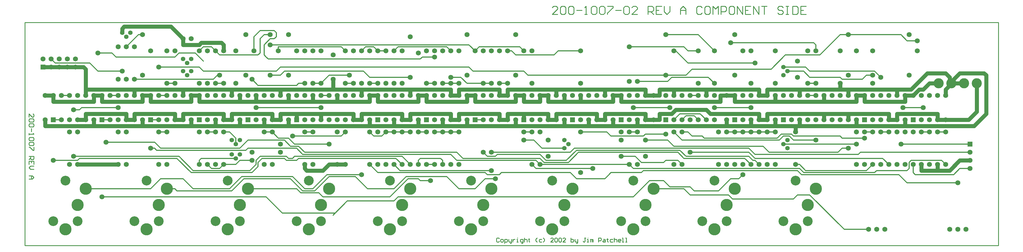
<source format=gtl>
*%FSLAX23Y23*%
*%MOIN*%
G01*
%ADD11C,0.007*%
%ADD12C,0.008*%
%ADD13C,0.010*%
%ADD14C,0.012*%
%ADD15C,0.020*%
%ADD16C,0.032*%
%ADD17C,0.036*%
%ADD18C,0.050*%
%ADD19C,0.052*%
%ADD20C,0.055*%
%ADD21C,0.056*%
%ADD22C,0.059*%
%ADD23C,0.060*%
%ADD24C,0.061*%
%ADD25C,0.062*%
%ADD26C,0.068*%
%ADD27C,0.070*%
%ADD28C,0.080*%
%ADD29C,0.090*%
%ADD30C,0.095*%
%ADD31C,0.115*%
%ADD32C,0.120*%
%ADD33C,0.125*%
%ADD34C,0.126*%
%ADD35C,0.131*%
%ADD36C,0.150*%
%ADD37C,0.156*%
%ADD38R,0.062X0.062*%
%ADD39R,0.068X0.068*%
D13*
X10274Y9439D02*
X10341D01*
X10274D02*
X10341Y9506D01*
Y9522D01*
X10324Y9539D01*
X10291D01*
X10274Y9522D01*
X10374D02*
X10391Y9539D01*
X10424D01*
X10441Y9522D01*
Y9456D01*
X10424Y9439D01*
X10391D01*
X10374Y9456D01*
Y9522D01*
X10474D02*
X10491Y9539D01*
X10524D01*
X10541Y9522D01*
Y9456D01*
X10524Y9439D01*
X10491D01*
X10474Y9456D01*
Y9522D01*
X10574Y9489D02*
X10641D01*
X10674Y9439D02*
X10707D01*
X10691D01*
Y9539D01*
X10692D01*
X10691D02*
X10674Y9522D01*
X10757D02*
X10774Y9539D01*
X10807D01*
X10824Y9522D01*
Y9456D01*
X10807Y9439D01*
X10774D01*
X10757Y9456D01*
Y9522D01*
X10857D02*
X10874Y9539D01*
X10907D01*
X10924Y9522D01*
Y9456D01*
X10907Y9439D01*
X10874D01*
X10857Y9456D01*
Y9522D01*
X10957Y9539D02*
X11024D01*
Y9522D01*
X10957Y9456D01*
Y9439D01*
X11057Y9489D02*
X11124D01*
X11157Y9522D02*
X11174Y9539D01*
X11207D01*
X11224Y9522D01*
Y9456D01*
X11207Y9439D01*
X11174D01*
X11157Y9456D01*
Y9522D01*
X11257Y9439D02*
X11324D01*
X11257D02*
X11324Y9506D01*
Y9522D01*
X11307Y9539D01*
X11274D01*
X11257Y9522D01*
X11457Y9539D02*
Y9439D01*
Y9539D02*
X11507D01*
X11524Y9522D01*
Y9489D01*
X11507Y9472D01*
X11457D01*
X11490D02*
X11524Y9439D01*
X11557Y9539D02*
X11624D01*
X11557D02*
Y9439D01*
X11624D01*
X11590Y9489D02*
X11557D01*
X11657Y9472D02*
Y9539D01*
Y9472D02*
X11690Y9439D01*
X11724Y9472D01*
Y9539D01*
X11857Y9506D02*
Y9439D01*
Y9506D02*
X11890Y9539D01*
X11923Y9506D01*
Y9439D01*
Y9489D01*
X11857D01*
X12107Y9539D02*
X12123Y9522D01*
X12107Y9539D02*
X12073D01*
X12057Y9522D01*
Y9456D01*
X12073Y9439D01*
X12107D01*
X12123Y9456D01*
X12173Y9539D02*
X12207D01*
X12173D02*
X12157Y9522D01*
Y9456D01*
X12173Y9439D01*
X12207D01*
X12223Y9456D01*
Y9522D01*
X12207Y9539D01*
X12257D02*
Y9439D01*
X12290Y9506D02*
X12257Y9539D01*
X12290Y9506D02*
X12323Y9539D01*
Y9439D01*
X12357D02*
Y9539D01*
X12407D01*
X12423Y9522D01*
Y9489D01*
X12407Y9472D01*
X12357D01*
X12473Y9539D02*
X12507D01*
X12473D02*
X12457Y9522D01*
Y9456D01*
X12473Y9439D01*
X12507D01*
X12523Y9456D01*
Y9522D01*
X12507Y9539D01*
X12557D02*
Y9439D01*
X12623D02*
X12557Y9539D01*
X12623D02*
Y9439D01*
X12657Y9539D02*
X12723D01*
X12657D02*
Y9439D01*
X12723D01*
X12690Y9489D02*
X12657D01*
X12757Y9439D02*
Y9539D01*
X12823Y9439D01*
Y9539D01*
X12856D02*
X12923D01*
X12890D01*
Y9439D01*
X13106Y9539D02*
X13123Y9522D01*
X13106Y9539D02*
X13073D01*
X13056Y9522D01*
Y9506D01*
X13073Y9489D01*
X13106D01*
X13123Y9472D01*
Y9456D01*
X13106Y9439D01*
X13073D01*
X13056Y9456D01*
X13156Y9539D02*
X13190D01*
X13173D01*
Y9439D01*
X13156D01*
X13190D01*
X13240D02*
Y9539D01*
Y9439D02*
X13290D01*
X13306Y9456D01*
Y9522D01*
X13290Y9539D01*
X13240D01*
X13340D02*
X13406D01*
X13340D02*
Y9439D01*
X13406D01*
X13373Y9489D02*
X13340D01*
X9622Y6676D02*
X9614Y6684D01*
X9597D01*
X9589Y6676D01*
Y6642D01*
X9597Y6634D01*
X9614D01*
X9622Y6642D01*
X9647Y6634D02*
X9664D01*
X9672Y6642D01*
Y6659D01*
X9664Y6667D01*
X9647D01*
X9639Y6659D01*
Y6642D01*
X9647Y6634D01*
X9689Y6617D02*
Y6667D01*
X9714D01*
X9722Y6659D01*
Y6642D01*
X9714Y6634D01*
X9689D01*
X9739Y6642D02*
Y6667D01*
Y6642D02*
X9747Y6634D01*
X9772D01*
Y6626D01*
X9764Y6617D01*
X9756D01*
X9772Y6634D02*
Y6667D01*
X9789D02*
Y6634D01*
Y6651D01*
X9797Y6659D01*
X9806Y6667D01*
X9814D01*
X9839Y6634D02*
X9856D01*
X9847D01*
Y6667D01*
X9839D01*
X9847Y6684D02*
X9848D01*
X9897Y6617D02*
X9906D01*
X9914Y6626D01*
Y6667D01*
X9889D01*
X9881Y6659D01*
Y6642D01*
X9889Y6634D01*
X9914D01*
X9931D02*
Y6684D01*
Y6659D02*
Y6634D01*
Y6659D02*
X9939Y6667D01*
X9956D01*
X9964Y6659D01*
Y6634D01*
X9989Y6667D02*
Y6676D01*
Y6667D02*
X9981D01*
X9997D01*
X9989D01*
Y6642D01*
X9997Y6634D01*
X10072Y6651D02*
X10089Y6634D01*
X10072Y6651D02*
Y6667D01*
X10089Y6684D01*
X10122Y6667D02*
X10147D01*
X10122D02*
X10114Y6659D01*
Y6642D01*
X10122Y6634D01*
X10147D01*
X10164D02*
X10180Y6651D01*
Y6667D01*
X10164Y6684D01*
X10255Y6634D02*
X10289D01*
X10255D02*
X10289Y6667D01*
Y6676D01*
X10280Y6684D01*
X10264D01*
X10255Y6676D01*
X10305D02*
X10314Y6684D01*
X10330D01*
X10339Y6676D01*
Y6642D01*
X10330Y6634D01*
X10314D01*
X10305Y6642D01*
Y6676D01*
X10355D02*
X10364Y6684D01*
X10380D01*
X10389Y6676D01*
Y6642D01*
X10380Y6634D01*
X10364D01*
X10355Y6642D01*
Y6676D01*
X10405Y6634D02*
X10439D01*
X10405D02*
X10439Y6667D01*
Y6676D01*
X10430Y6684D01*
X10414D01*
X10405Y6676D01*
X10505Y6684D02*
Y6634D01*
X10530D01*
X10539Y6642D01*
Y6651D01*
Y6659D01*
X10530Y6667D01*
X10505D01*
X10555D02*
Y6642D01*
X10564Y6634D01*
X10589D01*
Y6626D01*
X10580Y6617D01*
X10572D01*
X10589Y6634D02*
Y6667D01*
X10672Y6684D02*
X10689D01*
X10680D02*
X10672D01*
X10680D02*
Y6642D01*
X10672Y6634D01*
X10664D01*
X10655Y6642D01*
X10705Y6634D02*
X10722D01*
X10714D01*
Y6667D01*
X10705D01*
X10714Y6684D02*
X10715D01*
X10747Y6667D02*
Y6634D01*
Y6667D02*
X10755D01*
X10764Y6659D01*
Y6634D01*
Y6659D01*
X10772Y6667D01*
X10780Y6659D01*
Y6634D01*
X10847D02*
Y6684D01*
X10872D01*
X10880Y6676D01*
Y6659D01*
X10872Y6651D01*
X10847D01*
X10905Y6667D02*
X10922D01*
X10930Y6659D01*
Y6634D01*
X10905D01*
X10897Y6642D01*
X10905Y6651D01*
X10930D01*
X10955Y6667D02*
Y6676D01*
Y6667D02*
X10947D01*
X10964D01*
X10955D01*
Y6642D01*
X10964Y6634D01*
X10997Y6667D02*
X11022D01*
X10997D02*
X10989Y6659D01*
Y6642D01*
X10997Y6634D01*
X11022D01*
X11039D02*
Y6684D01*
Y6659D02*
Y6634D01*
Y6659D02*
X11047Y6667D01*
X11064D01*
X11072Y6659D01*
Y6634D01*
X11097D02*
X11114D01*
X11097D02*
X11089Y6642D01*
Y6659D01*
X11097Y6667D01*
X11114D01*
X11122Y6659D01*
Y6651D01*
X11089D01*
X11138Y6634D02*
X11155D01*
X11147D01*
Y6684D01*
X11138D01*
X11180Y6634D02*
X11197D01*
X11188D01*
Y6684D01*
X11180D01*
X3824Y8174D02*
Y8214D01*
X3864Y8174D01*
X3874D01*
X3884Y8184D01*
Y8204D01*
X3874Y8214D01*
Y8154D02*
X3884Y8144D01*
Y8124D01*
X3874Y8114D01*
X3834D01*
X3824Y8124D01*
Y8144D01*
X3834Y8154D01*
X3874D01*
Y8094D02*
X3884Y8084D01*
Y8064D01*
X3874Y8054D01*
X3834D01*
X3824Y8064D01*
Y8084D01*
X3834Y8094D01*
X3874D01*
X3854Y8034D02*
Y7994D01*
X3824Y7974D02*
Y7954D01*
Y7964D01*
X3884D01*
X3885D01*
X3884D02*
X3874Y7974D01*
Y7924D02*
X3884Y7914D01*
Y7894D01*
X3874Y7884D01*
X3834D01*
X3824Y7894D01*
Y7914D01*
X3834Y7924D01*
X3874D01*
Y7864D02*
X3884Y7854D01*
Y7834D01*
X3874Y7824D01*
X3834D01*
X3824Y7834D01*
Y7854D01*
X3834Y7864D01*
X3874D01*
X3884Y7804D02*
Y7764D01*
X3874D01*
X3834Y7804D01*
X3824D01*
Y7689D02*
X3884D01*
Y7659D01*
X3874Y7649D01*
X3854D01*
X3844Y7659D01*
Y7689D01*
Y7669D02*
X3824Y7649D01*
X3884Y7629D02*
Y7589D01*
Y7629D02*
X3824D01*
Y7589D01*
X3854Y7609D02*
Y7629D01*
X3844Y7569D02*
X3884D01*
X3844D02*
X3824Y7549D01*
X3844Y7529D01*
X3884D01*
X3864Y7449D02*
X3824D01*
X3864D02*
X3884Y7429D01*
X3864Y7409D01*
X3824D01*
X3854D01*
Y7449D01*
X15774Y6589D02*
Y9339D01*
X3774D02*
Y6589D01*
X15774D01*
Y9339D02*
X3774D01*
D14*
X6749Y7189D02*
X6949Y6989D01*
X11799Y8989D02*
X11949Y8839D01*
X12274Y8989D02*
X12074Y9189D01*
X9124Y7289D02*
X8974Y7439D01*
X7224Y7289D02*
X7074Y7439D01*
X7049Y7414D02*
X7199Y7264D01*
X13449Y7214D02*
X13874Y6789D01*
X7999Y7289D02*
X7849Y7439D01*
X5849Y7289D02*
X5724Y7414D01*
X5849Y7514D02*
X5674Y7689D01*
X5649Y7664D02*
X5824Y7489D01*
X7574Y6964D02*
X7749Y7139D01*
X11274Y7189D02*
X11474Y7389D01*
X12324Y7264D02*
X12474Y7414D01*
X10599Y7739D02*
X10474Y7614D01*
X10449Y7639D02*
X10574Y7764D01*
X13574Y8939D02*
X13824Y9189D01*
X9449Y7414D02*
X9324Y7289D01*
X5174Y9189D02*
X5024Y9039D01*
X7324Y7289D02*
X7499Y7464D01*
X7524Y7439D02*
X7349Y7264D01*
X8299Y7214D02*
X8499Y7414D01*
X8474Y7439D02*
X8324Y7289D01*
X6474Y7414D02*
X6324Y7264D01*
X6299Y7289D02*
X6449Y7439D01*
X5449Y7414D02*
X5324Y7289D01*
X12974Y8764D02*
X13149Y8939D01*
X13874Y6789D02*
X14174D01*
X4149Y8839D02*
X4099Y8889D01*
X6949Y6989D02*
X7599D01*
X7749Y7139D02*
X8324D01*
X6749Y7189D02*
X4724D01*
X8374D02*
X11274D01*
X11724Y7314D02*
X11974D01*
X12024Y7264D02*
X12324D01*
X9324Y7289D02*
X9124D01*
X7324D02*
X7224D01*
X5324D02*
X4524D01*
X7199Y7264D02*
X7349D01*
X7399Y7239D02*
X7174D01*
X7124Y7289D02*
X6524D01*
X11974Y7214D02*
X12449D01*
X13299D02*
X13449D01*
X11899Y7289D02*
X11524D01*
X8324D02*
X7999D01*
X5624D02*
X5524D01*
X5649Y7264D02*
X6324D01*
X6299Y7289D02*
X5849D01*
X7449Y7189D02*
X8274D01*
X12499Y7164D02*
X13249D01*
X4474Y8289D02*
X4449Y8264D01*
Y7664D02*
X4424Y7639D01*
X11474Y7389D02*
X11649D01*
X12474Y7414D02*
X12574D01*
X13399Y7514D02*
X14149D01*
X8974Y7439D02*
X8474D01*
X9449Y7414D02*
X9574D01*
X14749Y7464D02*
X15224D01*
X15299Y7539D02*
X15424D01*
X10924Y7414D02*
X10574D01*
X9524Y7514D02*
X8399D01*
X7074Y7439D02*
X6449D01*
X7499Y7464D02*
X7924D01*
X7049Y7414D02*
X6474D01*
X7524Y7439D02*
X7849D01*
X8499Y7414D02*
X8624D01*
X10999Y7489D02*
X11374D01*
X10774Y7539D02*
X10074D01*
X9449Y7489D02*
X8124D01*
X9474Y7464D02*
X9624D01*
X9649Y7489D02*
X10499D01*
X5724Y7414D02*
X5449D01*
X6074Y7539D02*
X6174D01*
X5849Y7514D02*
X6549D01*
X6574Y7489D02*
X5824D01*
X13349Y7464D02*
X14549D01*
X13299Y7514D02*
X11399D01*
X14649Y7364D02*
X15274D01*
X8774Y7389D02*
X8649D01*
X13374Y7489D02*
X14249D01*
X13324Y7539D02*
X11274D01*
X14274Y7514D02*
X14649D01*
X4674Y8739D02*
X4574Y8839D01*
X5949Y7664D02*
X6374D01*
X7224Y7739D02*
X9099D01*
X10599D02*
X11824D01*
X11899Y7664D02*
X12649D01*
X12699Y7689D02*
X11924D01*
X12749Y7639D02*
X12774D01*
X12699Y7739D02*
X11974D01*
X12774Y7664D02*
X14349D01*
X9574Y7689D02*
X9474D01*
X13274Y7589D02*
X13324D01*
X8899Y7664D02*
X8649D01*
X8724Y7589D02*
X8824D01*
X9524Y7739D02*
X10499D01*
X6574Y7639D02*
X6424D01*
X6374Y7589D02*
X6224D01*
X7199Y7714D02*
X9024D01*
X8424Y7689D02*
X7099D01*
X7074Y7664D02*
X7024D01*
X6999Y7689D02*
X6674D01*
X5674D02*
X4374D01*
X7149Y7664D02*
X8349D01*
X7124Y7639D02*
X6999D01*
X6974Y7664D02*
X6699D01*
X5649D02*
X4449D01*
X4424Y7639D02*
X4124D01*
X11124Y7689D02*
X11299D01*
X11374Y7614D02*
X11649D01*
X11674Y7639D02*
X11824D01*
X14074Y7739D02*
X15424D01*
X14049Y7714D02*
X12774D01*
X12949Y7739D02*
X13799D01*
X10074Y7639D02*
X9099D01*
X10199D02*
X10449D01*
X10124Y7714D02*
X9599D01*
X9174Y7664D02*
X10124D01*
X10174Y7614D02*
X10474D01*
X10124Y7589D02*
X11224D01*
X14699Y7639D02*
X15074D01*
X4899Y8914D02*
X4849Y8964D01*
X5449Y7789D02*
X6424D01*
X5374D02*
X5324D01*
X5399Y7764D02*
X6499D01*
X6524Y7789D02*
X7124D01*
X5374Y7864D02*
X4774D01*
X6524Y7889D02*
X6974D01*
X7049Y7814D02*
X7149D01*
X10574Y7764D02*
X11849D01*
X13849Y7914D02*
X14124D01*
X13049D02*
X12149D01*
X11874Y7889D02*
X13074D01*
X13249D02*
X13524D01*
X13124Y7839D02*
X14024D01*
X13924Y7789D02*
X13849D01*
X14574Y7839D02*
X15424D01*
X10049Y7889D02*
X9924D01*
X10149Y7789D02*
X10424D01*
X10549D02*
X12699D01*
X12874Y7814D02*
X11774D01*
X11699Y7889D02*
X11424D01*
X7024Y7914D02*
X6899D01*
X7099Y7839D02*
X7524D01*
X14124Y7989D02*
X14224D01*
X14324D02*
X14424D01*
X12624D02*
X12524D01*
X12424D01*
X12624D02*
X12724D01*
X12824D01*
X12924D01*
X13024D01*
X12124Y7939D02*
X12074D01*
X13099Y7964D02*
X13224D01*
X13249Y7939D02*
X13824D01*
X13199D02*
X13124D01*
X10949Y7989D02*
X10624D01*
X10999Y7939D02*
X11399D01*
X11424Y7964D02*
X11674D01*
X11324Y7989D02*
X11224D01*
X14824D02*
X14924D01*
X15024D02*
X15124D01*
X8924D02*
X8824D01*
X8924D02*
X9024D01*
X8724D02*
X8624D01*
X8524D02*
X8424D01*
X8324D01*
X8224D01*
X9924D02*
X10024D01*
X7324D02*
X7224D01*
X6124D02*
X6024D01*
X5524D02*
X5424D01*
X6224D02*
X6299D01*
X6724D02*
X6824D01*
X8074Y7939D02*
X8174D01*
X7674D02*
X7074D01*
X9024Y7989D02*
X9124D01*
X11999Y7939D02*
X12074D01*
X11949Y7989D02*
X11874D01*
X12274Y8289D02*
X12724D01*
X4449Y8264D02*
X4374D01*
X4474Y8289D02*
X4924D01*
X14599D02*
X14824D01*
X14849D01*
X11724D02*
X11274D01*
X4224Y8139D02*
X4124D01*
X4724D02*
X4824D01*
X9324D02*
X9424D01*
X5424D02*
X5324D01*
X6624Y8289D02*
X7424D01*
X11849Y8214D02*
X12099D01*
X12024Y8189D02*
X11924D01*
X5449Y7789D02*
X5374Y7864D01*
Y7789D02*
X5399Y7764D01*
X13424Y8439D02*
X13524D01*
X12074D02*
X11974D01*
X4324D02*
X4224D01*
X4824D02*
X4924D01*
X5424D02*
X5524D01*
X7424D02*
X7524D01*
X5649Y7264D02*
X5624Y7289D01*
Y8914D02*
X5674Y8964D01*
X13424Y8589D02*
X13524D01*
X14149Y8689D02*
X14224D01*
X14099Y8639D02*
X13849D01*
X13824Y8664D02*
X13449D01*
X11699Y8614D02*
X11324D01*
X11749Y8664D02*
X12199D01*
X11824Y8689D02*
X9974D01*
X9424Y8589D02*
X9224D01*
X9424D02*
X9524D01*
X9149Y8664D02*
X9024D01*
X6924Y8689D02*
X6799D01*
X8024Y8664D02*
X8524D01*
X5624Y8589D02*
X5524D01*
X6124D02*
X6224D01*
X8724D02*
X8824D01*
X8924D02*
X9024D01*
X9124D01*
X9624D02*
X9724D01*
X7824D02*
X7724D01*
X8024D02*
X8124D01*
X6099Y8639D02*
X5124D01*
X6149Y8689D02*
X6174D01*
X7324Y8589D02*
X7424D01*
X7124Y8564D02*
X6649D01*
X7149Y8589D02*
X7224D01*
X7524Y8689D02*
X7774D01*
X11824D02*
X11924D01*
X5974Y8864D02*
X5874Y8964D01*
X11949Y8839D02*
X12074D01*
X12774D01*
X13174Y8739D02*
X13374D01*
X13399Y8789D02*
X13124D01*
X13449Y8739D02*
X14249D01*
X7949D02*
X6974D01*
X9299D02*
X9924D01*
X9249Y8789D02*
X6924D01*
X6874Y8739D02*
X5974D01*
X5924Y8789D02*
X5424D01*
X5624Y8914D02*
X4899D01*
X8674D02*
X8824D01*
X8649Y8889D02*
X6774D01*
X11999Y8764D02*
X12974D01*
X4574Y8839D02*
X4149D01*
X4674Y8739D02*
X4974D01*
X5924Y7639D02*
Y7589D01*
X5974Y8739D02*
X5924Y8789D01*
X6124Y8989D02*
X6074Y9039D01*
X6024Y7589D02*
X6074Y7539D01*
X5949Y7664D02*
X5924Y7639D01*
X6099Y8639D02*
X6149Y8689D01*
X5924Y8989D02*
X5974Y9039D01*
X11774Y8989D02*
X11799D01*
X12474Y9089D02*
X13499D01*
X12074Y8989D02*
X11949D01*
X11899Y9039D02*
X11224D01*
X13149Y8939D02*
X13574D01*
X6074Y9039D02*
X5974D01*
X10349Y8989D02*
X10624D01*
X9774D02*
X9724D01*
X4849Y8964D02*
X4674D01*
X5674D02*
X5874D01*
X9374Y9039D02*
X9874D01*
X8974D02*
X8374D01*
X8074D02*
X7974D01*
X8124Y8989D02*
X8224D01*
X9824Y8939D02*
X10299D01*
X7674Y9039D02*
X6899D01*
X6799Y9064D02*
X9249D01*
X6649Y8939D02*
X6174D01*
X6124Y8989D01*
X6224Y7589D02*
X6174Y7539D01*
X11674Y9189D02*
X12074D01*
X13824D02*
X13924D01*
X14574D01*
X5224D02*
X5174D01*
X14649Y9114D02*
X14774D01*
X6799Y9189D02*
X6724D01*
X6799Y9139D02*
X6849D01*
Y9239D02*
X6674D01*
X6374Y7914D02*
Y7839D01*
Y7914D02*
X6299Y7989D01*
X6424Y7789D02*
X6524Y7889D01*
X6424Y7639D02*
X6374Y7589D01*
X6624D02*
Y7639D01*
X6649Y7614D02*
Y7564D01*
X6674Y8964D02*
Y9139D01*
X6599Y9089D02*
Y8989D01*
Y9089D02*
Y9164D01*
X6574Y8639D02*
X6649Y8564D01*
X6524Y7789D02*
X6499Y7764D01*
X6624Y7639D02*
X6674Y7689D01*
X6699Y7664D02*
X6649Y7614D01*
X6624Y7589D02*
X6549Y7514D01*
X6574Y7489D02*
X6649Y7564D01*
Y8939D02*
X6674Y8964D01*
Y9139D02*
X6724Y9189D01*
X6674Y9239D02*
X6599Y9164D01*
X6724Y9064D02*
Y8939D01*
X6874Y9164D02*
Y9214D01*
X6824Y7989D02*
X6899Y7914D01*
X6774Y8889D02*
X6749Y8914D01*
X6724Y8939D01*
X6874Y9214D02*
X6849Y9239D01*
X6924Y8789D02*
X6874Y8739D01*
X6724Y9064D02*
X6799Y9139D01*
X6849D02*
X6874Y9164D01*
X6899Y9039D02*
Y8989D01*
X6974Y7889D02*
X7049Y7814D01*
X6999Y7689D02*
X7024Y7664D01*
X6999Y7639D02*
X6974Y7664D01*
X7099Y7839D02*
X7024Y7914D01*
X6924Y8689D02*
X6974Y8739D01*
X7099Y7689D02*
X7074Y7664D01*
X7149Y7814D02*
X7224Y7739D01*
X7199Y7714D02*
X7124Y7789D01*
Y7289D02*
X7174Y7239D01*
X7124Y7639D02*
X7149Y7664D01*
X7124Y8564D02*
X7149Y8589D01*
X7399Y7239D02*
X7424Y7214D01*
X7449Y7189D01*
X7424Y8589D02*
X7524Y8689D01*
X7599Y6989D02*
X7574Y6964D01*
X7724Y8989D02*
X7674Y9039D01*
X7724Y7989D02*
X7674Y7939D01*
X8024Y8664D02*
X7949Y8739D01*
X8024Y7989D02*
X8074Y7939D01*
X8024Y7589D02*
X8124Y7489D01*
X7924Y8989D02*
X7974Y9039D01*
X8074D02*
X8124Y8989D01*
X8224Y7989D02*
X8174Y7939D01*
X8424Y7689D02*
X8524Y7589D01*
X8424D02*
X8349Y7664D01*
X8324Y7589D02*
X8399Y7514D01*
X8374Y7189D02*
X8324Y7139D01*
X8274Y7189D02*
X8299Y7214D01*
X8324Y8989D02*
X8374Y9039D01*
X8624Y7639D02*
Y7589D01*
Y7414D02*
X8649Y7389D01*
X8624Y7639D02*
X8649Y7664D01*
Y8889D02*
X8674Y8914D01*
X8924Y7639D02*
Y7589D01*
Y7639D02*
X8899Y7664D01*
X9024Y8989D02*
X8974Y9039D01*
X9024Y7714D02*
X9099Y7639D01*
X9224Y8589D02*
X9149Y8664D01*
X9099Y7739D02*
X9174Y7664D01*
X9424Y7739D02*
X9474Y7689D01*
X9299Y8739D02*
X9249Y8789D01*
X9324Y8989D02*
X9249Y9064D01*
X9324Y8989D02*
X9374Y9039D01*
X9449Y7489D02*
X9474Y7464D01*
X9574Y7689D02*
X9599Y7714D01*
X9824Y8939D02*
X9774Y8989D01*
X9649Y7489D02*
X9624Y7464D01*
X9974Y8689D02*
X9924Y8739D01*
Y8989D02*
X9874Y9039D01*
X10049Y7889D02*
X10149Y7789D01*
X10024Y7589D02*
X10074Y7539D01*
X10124Y7589D02*
X10074Y7639D01*
X10124Y7714D02*
X10199Y7639D01*
X10174Y7614D02*
X10124Y7664D01*
X10299Y8939D02*
X10349Y8989D01*
X10499Y7489D02*
X10574Y7414D01*
X10499Y7739D02*
X10549Y7789D01*
X10949Y7989D02*
X10999Y7939D01*
X10974Y7464D02*
X10924Y7414D01*
X10974Y7464D02*
X10999Y7489D01*
X11299Y7689D02*
X11374Y7614D01*
X11274Y7539D02*
X11224Y7589D01*
X11374Y7489D02*
X11399Y7514D01*
Y7939D02*
X11424Y7964D01*
X11649Y7389D02*
X11724Y7314D01*
X11874Y7889D02*
X11774Y7989D01*
X11699Y7889D02*
X11774Y7814D01*
X11699Y8614D02*
X11724Y8639D01*
X11749Y8664D01*
X11674Y7639D02*
X11649Y7614D01*
X11774Y8139D02*
X11849Y8214D01*
X11824Y7739D02*
X11899Y7664D01*
X11924Y7689D02*
X11849Y7764D01*
X11949Y8989D02*
X11899Y9039D01*
Y7289D02*
X11974Y7214D01*
X11874Y7589D02*
X11824Y7639D01*
X11999Y7939D02*
X11949Y7989D01*
X11924Y8689D02*
X11999Y8764D01*
X11924Y8189D02*
X11874Y8139D01*
X11974Y7314D02*
X12024Y7264D01*
X12149Y7914D02*
X12124Y7939D01*
X12174Y8139D02*
X12099Y8214D01*
X12024Y8189D02*
X12074Y8139D01*
X12274Y8589D02*
X12199Y8664D01*
X12449Y7214D02*
X12499Y7164D01*
X12724Y7589D02*
X12649Y7664D01*
X12699Y7689D02*
X12749Y7639D01*
X12774Y7664D02*
X12699Y7739D01*
Y7789D02*
X12774Y7714D01*
X12624Y7464D02*
X12574Y7414D01*
X12774Y7639D02*
X12824Y7589D01*
X12949Y7739D02*
X12874Y7814D01*
X13049Y7914D02*
X13099Y7964D01*
X13124Y7939D02*
X13074Y7889D01*
X13224Y7964D02*
X13249Y7939D01*
X13199D02*
X13249Y7889D01*
X13324Y7589D02*
X13399Y7514D01*
X13349Y7464D02*
X13299Y7514D01*
X13324Y7539D02*
X13374Y7489D01*
X13299Y7214D02*
X13249Y7164D01*
X13524Y8989D02*
Y9064D01*
X13499Y9089D01*
X13374Y8739D02*
X13449Y8664D01*
Y8739D02*
X13399Y8789D01*
X13824Y8664D02*
X13849Y8639D01*
X13824Y7939D02*
X13849Y7914D01*
Y7789D02*
X13799Y7739D01*
X14099Y8639D02*
X14149Y8689D01*
X14074Y7739D02*
X14049Y7714D01*
X14324Y8664D02*
X14249Y8739D01*
X14224Y7589D02*
X14149Y7514D01*
X14249Y7489D02*
X14274Y7514D01*
X14349Y7664D02*
X14424Y7589D01*
X14674Y7614D02*
Y7539D01*
X14549Y7464D02*
X14649Y7364D01*
Y9114D02*
X14574Y9189D01*
X14699Y7639D02*
X14674Y7614D01*
Y7539D02*
X14649Y7514D01*
X14724Y7489D02*
Y7589D01*
Y7489D02*
X14749Y7464D01*
X15074Y7639D02*
X15124Y7589D01*
X15224Y7464D02*
X15299Y7539D01*
D18*
X15196Y8589D02*
X15199Y8614D01*
X6224Y9064D02*
X6199Y9089D01*
X5724Y9139D02*
X5574Y9289D01*
X7224Y7539D02*
X7249Y7514D01*
X15124Y8714D02*
X15174Y8664D01*
X12224Y8214D02*
X12174Y8264D01*
X4524Y8764D02*
X4499Y8789D01*
X15599Y8714D02*
X15624Y8689D01*
X5949Y9089D02*
X5924Y9064D01*
X4999Y9289D02*
X4974Y9264D01*
X15174Y7514D02*
X15299Y7639D01*
X7524Y7589D02*
X7449Y7514D01*
X14699Y8514D02*
X14824Y8639D01*
X14899Y8714D01*
X15124Y8514D02*
X15174Y8564D01*
X14924Y8589D02*
X14849Y8514D01*
X14799D02*
X14724Y8439D01*
X15408Y8139D02*
X15508Y8239D01*
X11799Y8264D02*
X11749Y8214D01*
X15474Y8064D02*
X15624Y8214D01*
X15199Y8614D02*
X15299Y8714D01*
X4124Y8439D02*
Y8364D01*
X4024Y8139D02*
Y8064D01*
X4524Y8139D02*
Y8214D01*
Y8439D02*
Y8514D01*
Y8439D02*
Y8764D01*
X14824Y7514D02*
X15024D01*
X15174D01*
X7449D02*
X7249D01*
X4724Y8364D02*
Y8439D01*
X4624D02*
Y8364D01*
Y8139D02*
Y8064D01*
X4424Y7589D02*
X4924D01*
X15299Y7639D02*
X15424D01*
X7724Y7589D02*
X7624D01*
X7524D01*
X5024Y8139D02*
Y8214D01*
X4974Y9214D02*
Y9264D01*
X4624Y8064D02*
X4024D01*
X4624D02*
X5224D01*
X5824D01*
X6124D01*
X6424D01*
X6724D01*
X7024D01*
X8024D01*
X8324D01*
X8624D01*
X8924D01*
X14324D02*
X14624D01*
X14324D02*
X14024D01*
X13324D01*
X12624D02*
X12424D01*
X12624D02*
X12824D01*
X13024D01*
X12424D02*
X11974D01*
X11324D01*
X11024D01*
X10724D01*
X10424D01*
X9824D01*
X13274D02*
X13324D01*
X13274D02*
X13024D01*
X9224D02*
X8924D01*
X9224D02*
X9824D01*
X14624D02*
X15474D01*
X5224Y8364D02*
Y8439D01*
X5124Y8214D02*
Y8139D01*
Y8439D02*
Y8514D01*
X5224Y8139D02*
Y8064D01*
X12224Y8214D02*
X12824D01*
X11749D02*
X11599D01*
X14524D02*
X15024D01*
X13924D02*
X13624D01*
X12924D01*
X11424D02*
X10924D01*
X10824D02*
X10324D01*
X10224D02*
X9924D01*
X9724D01*
X9624D02*
X9124D01*
X9024D02*
X8524D01*
X8424D02*
X7924D01*
X6824D02*
X6324D01*
X6224D02*
X5724D01*
X5624D02*
X5124D01*
X5024D02*
X4524D01*
X13924D02*
X14424D01*
Y8139D02*
X14524D01*
X12924D02*
X12824D01*
X11599D02*
X11524D01*
X11424D01*
X10924D02*
X10824D01*
X10324D02*
X10224D01*
X9724D02*
X9624D01*
X9124D02*
X9024D01*
X8524D02*
X8424D01*
X6924D02*
X6824D01*
X6324D02*
X6224D01*
X5724D02*
X5624D01*
X5124D02*
X5024D01*
X4524D02*
X4424D01*
X7824D02*
X7924D01*
X7824Y8214D02*
X7424D01*
X7124D01*
X6924D01*
X15024Y8139D02*
X15124D01*
X15408D01*
X12174Y8264D02*
X11799D01*
X5324Y8364D02*
Y8439D01*
X11774Y8514D02*
X12174D01*
X14024Y8439D02*
X14124D01*
X12524D02*
X12424D01*
X12349D01*
X11124D02*
X11024D01*
X10224D02*
X10124D01*
X9924D02*
X9824D01*
X9324D02*
X9224D01*
X8724D02*
X8624D01*
X8124D02*
X8024D01*
X5924D02*
X5824D01*
X5324D02*
X5224D01*
X4724D02*
X4624D01*
X4124D02*
X4024D01*
X13924Y8514D02*
X14524D01*
X13924D02*
X13324D01*
X12924D01*
X12824D02*
X11599D01*
X12824Y8439D02*
X12924D01*
X11599D02*
X11524D01*
X11424Y8514D02*
X10924D01*
X11424Y8439D02*
X11524D01*
X10924Y8514D02*
X10324D01*
X9724D01*
X9624D02*
X9124D01*
X9624Y8439D02*
X9724D01*
X9024Y8514D02*
X8524D01*
X9024Y8439D02*
X9124D01*
X8524Y8514D02*
X7924D01*
X6924D02*
X6324D01*
X5724D01*
X5124D01*
X4524D01*
X13324D02*
X13524D01*
X14124Y8364D02*
X14624D01*
X14024D02*
X13624D01*
X13024D01*
X12524D01*
X12349D02*
X11124D01*
X11024D02*
X10624D01*
X10424D01*
X10224D01*
X10124D02*
X9924D01*
X9824D02*
X9324D01*
X9224D02*
X8724D01*
X8624D02*
X8124D01*
X7024D02*
X6624D01*
X6424D01*
X5924D01*
X5824D02*
X5324D01*
X5224D02*
X4724D01*
X4624D02*
X4124D01*
X7624D02*
X8024D01*
X7624D02*
X7324D01*
X7024D01*
X6924Y8514D02*
X7924D01*
X14524D02*
X14699D01*
X14799D02*
X14849D01*
X14724Y8439D02*
X14624D01*
X5624Y8214D02*
Y8139D01*
X14899Y8714D02*
X15124D01*
X15040Y8589D02*
X14924D01*
X15349D02*
X15352D01*
X15299Y8714D02*
X15599D01*
X15349Y8589D02*
X15196D01*
X5824Y8439D02*
Y8364D01*
X5724Y8214D02*
Y8139D01*
Y9064D02*
Y9139D01*
Y8514D02*
Y8439D01*
X5824Y8139D02*
Y8064D01*
X4099Y8789D02*
X3999D01*
X4099D02*
X4199D01*
X4324D01*
X4299D01*
X4399D01*
X4499D01*
X5924Y8439D02*
Y8364D01*
X5949Y9089D02*
X6199D01*
X5924Y9064D02*
X5724D01*
X6224Y8214D02*
Y8139D01*
Y8989D02*
Y9064D01*
X6124Y8139D02*
Y8064D01*
X5574Y9289D02*
X4999D01*
X6324Y8214D02*
Y8139D01*
X6424Y8364D02*
Y8439D01*
X6324D02*
Y8514D01*
X6424Y8139D02*
Y8064D01*
X6624Y8364D02*
Y8439D01*
X6824Y8214D02*
Y8139D01*
X6724D02*
Y8064D01*
X6924Y8139D02*
Y8214D01*
X7024Y8364D02*
Y8439D01*
X6924D02*
Y8514D01*
X7024Y8139D02*
Y8064D01*
X7224Y7589D02*
Y7539D01*
X7124Y8139D02*
Y8214D01*
X7324Y8364D02*
Y8439D01*
X7424Y8214D02*
Y8139D01*
X7574Y8514D02*
Y8639D01*
X7624Y8439D02*
Y8364D01*
X7824Y8214D02*
Y8139D01*
X8024Y8364D02*
Y8439D01*
X7924Y8214D02*
Y8139D01*
Y8439D02*
Y8514D01*
X8024Y8139D02*
Y8064D01*
X8124Y8364D02*
Y8439D01*
X8424Y8214D02*
Y8139D01*
X8324D02*
Y8064D01*
X8624Y8364D02*
Y8439D01*
X8524Y8214D02*
Y8139D01*
Y8439D02*
Y8514D01*
X8624Y8139D02*
Y8064D01*
X8724Y8364D02*
Y8439D01*
X9024Y8214D02*
Y8139D01*
Y8439D02*
Y8514D01*
X8924Y8139D02*
Y8064D01*
X9224Y8364D02*
Y8439D01*
X9124Y8214D02*
Y8139D01*
Y8439D02*
Y8514D01*
X9224Y8139D02*
Y8064D01*
X9324Y8364D02*
Y8439D01*
X9724Y8214D02*
Y8139D01*
X9624D02*
Y8214D01*
X9724Y8439D02*
Y8514D01*
X9624D02*
Y8439D01*
X9924D02*
Y8364D01*
X9824D02*
Y8439D01*
X9924Y8214D02*
Y8139D01*
X9824D02*
Y8064D01*
X10124Y8364D02*
Y8439D01*
X10224D02*
Y8364D01*
X10324Y8214D02*
Y8139D01*
X10224D02*
Y8214D01*
X10324Y8439D02*
Y8514D01*
X10424Y8439D02*
Y8364D01*
Y8139D02*
Y8064D01*
X10624Y8364D02*
Y8439D01*
X10724Y8139D02*
Y8064D01*
X10924Y8139D02*
Y8214D01*
X10824D02*
Y8139D01*
X10924Y8439D02*
Y8514D01*
X11124Y8439D02*
Y8364D01*
X11024D02*
Y8439D01*
Y8139D02*
Y8064D01*
X11324D02*
Y8139D01*
X11424D02*
Y8214D01*
Y8439D02*
Y8514D01*
X11774D02*
Y8439D01*
X11599Y8214D02*
Y8139D01*
Y8439D02*
Y8514D01*
X12174D02*
Y8439D01*
X12349D02*
Y8364D01*
X12524D02*
Y8439D01*
X12424Y8139D02*
Y8064D01*
X12724D02*
Y8139D01*
X12924D02*
Y8214D01*
X12824D02*
Y8139D01*
X12924Y8439D02*
Y8514D01*
X12824D02*
Y8439D01*
X13024D02*
Y8364D01*
Y8139D02*
Y8064D01*
X13324Y8439D02*
Y8514D01*
X13274Y8064D02*
Y7989D01*
X13324Y8064D02*
Y8139D01*
X13624Y8364D02*
Y8439D01*
Y8214D02*
Y8139D01*
X13824Y8514D02*
Y8589D01*
X13924Y8214D02*
Y8139D01*
Y8439D02*
Y8514D01*
X14124Y8439D02*
Y8364D01*
X14024D02*
Y8439D01*
Y8139D02*
Y8064D01*
X14424Y8139D02*
Y8214D01*
X14624Y8364D02*
Y8439D01*
X14524Y8214D02*
Y8139D01*
Y8439D02*
Y8514D01*
X14624Y8139D02*
Y8064D01*
X14824Y7589D02*
Y7514D01*
X15024Y8139D02*
Y8214D01*
Y7589D02*
Y7514D01*
X15124Y8439D02*
Y8514D01*
X15174Y8589D02*
Y8664D01*
Y8589D02*
Y8564D01*
X15508Y8589D02*
Y8239D01*
X15624Y8214D02*
Y8689D01*
D20*
X13124D02*
D03*
Y8789D02*
D03*
X13174Y8739D02*
D03*
Y7889D02*
D03*
Y7789D02*
D03*
X13124Y7839D02*
D03*
X10424Y7789D02*
D03*
X10474Y7839D02*
D03*
X10424Y7889D02*
D03*
X6324D02*
D03*
X6424D02*
D03*
X6374Y7839D02*
D03*
X6324Y7714D02*
D03*
X6424D02*
D03*
X6374Y7664D02*
D03*
X5724Y8889D02*
D03*
X5824D02*
D03*
X5774Y8839D02*
D03*
X5074Y9214D02*
D03*
X5024Y9164D02*
D03*
X4974Y9214D02*
D03*
X5724Y8739D02*
D03*
X5824D02*
D03*
X5774Y8689D02*
D03*
D25*
X15274Y7364D02*
D03*
X14774Y9114D02*
D03*
X14849Y8289D02*
D03*
X14574Y7839D02*
D03*
X14599Y8289D02*
D03*
X14324Y8664D02*
D03*
X14224Y8689D02*
D03*
X14024Y7839D02*
D03*
X14124Y7914D02*
D03*
X13924Y7789D02*
D03*
X13524Y7889D02*
D03*
X12774Y8839D02*
D03*
X12724Y8289D02*
D03*
X12624Y7464D02*
D03*
X12474Y9089D02*
D03*
X12274Y8289D02*
D03*
X11974Y7739D02*
D03*
X11724Y8289D02*
D03*
X11674Y7964D02*
D03*
X11224Y9039D02*
D03*
X11274Y8289D02*
D03*
X11124Y7689D02*
D03*
X10774Y7539D02*
D03*
X9524Y7739D02*
D03*
Y7514D02*
D03*
X9574Y7414D02*
D03*
X9424Y7739D02*
D03*
X9024Y8664D02*
D03*
X8824Y8914D02*
D03*
X8774Y7389D02*
D03*
X7924Y7464D02*
D03*
X7774Y8689D02*
D03*
X7524Y7839D02*
D03*
X7424Y8289D02*
D03*
X7074Y7939D02*
D03*
X6799Y9064D02*
D03*
X6574Y8639D02*
D03*
X6624Y8289D02*
D03*
X6174Y8689D02*
D03*
X5424Y8789D02*
D03*
X5324Y7789D02*
D03*
X4974Y8739D02*
D03*
X4924Y8289D02*
D03*
X4774Y7864D02*
D03*
X4674Y8964D02*
D03*
X4724Y7189D02*
D03*
X4374Y8264D02*
D03*
Y7689D02*
D03*
X4124Y7639D02*
D03*
X15424Y7739D02*
D03*
Y7639D02*
D03*
Y7539D02*
D03*
X15374Y6789D02*
D03*
X15174D02*
D03*
X15274D02*
D03*
X13824Y8989D02*
D03*
Y8589D02*
D03*
X13924Y9189D02*
D03*
Y8689D02*
D03*
X14024Y8989D02*
D03*
X14674Y9189D02*
D03*
Y8689D02*
D03*
X14774Y8989D02*
D03*
X14524Y7589D02*
D03*
Y7989D02*
D03*
X14624D02*
D03*
Y7589D02*
D03*
X14724Y7989D02*
D03*
Y7589D02*
D03*
X14824D02*
D03*
Y7989D02*
D03*
X14924Y7589D02*
D03*
Y7989D02*
D03*
X15124D02*
D03*
Y7589D02*
D03*
X15024D02*
D03*
Y7989D02*
D03*
X15124Y8139D02*
D03*
Y8439D02*
D03*
X14624D02*
D03*
Y8139D02*
D03*
X14824D02*
D03*
X14924D02*
D03*
X15024D02*
D03*
Y8439D02*
D03*
X14924D02*
D03*
X14824D02*
D03*
X14724D02*
D03*
X14024D02*
D03*
Y8139D02*
D03*
X14224D02*
D03*
X14324D02*
D03*
X14424D02*
D03*
Y8439D02*
D03*
X14324D02*
D03*
X14224D02*
D03*
X14124D02*
D03*
X13924Y8139D02*
D03*
Y8439D02*
D03*
X14224Y8589D02*
D03*
Y8989D02*
D03*
X14424Y7589D02*
D03*
Y7989D02*
D03*
X14024D02*
D03*
Y7589D02*
D03*
X14524Y8139D02*
D03*
Y8439D02*
D03*
X14124Y7589D02*
D03*
Y7989D02*
D03*
X14224Y7589D02*
D03*
Y7989D02*
D03*
X14324D02*
D03*
Y7589D02*
D03*
X14374Y6789D02*
D03*
X14174D02*
D03*
X14274D02*
D03*
X12524Y9189D02*
D03*
Y8689D02*
D03*
X12624Y8989D02*
D03*
X13024D02*
D03*
Y8589D02*
D03*
X13524Y8989D02*
D03*
Y8589D02*
D03*
X13299Y8664D02*
D03*
Y8864D02*
D03*
X12274Y8589D02*
D03*
Y8989D02*
D03*
X13024Y8439D02*
D03*
Y8139D02*
D03*
X13224D02*
D03*
X13324D02*
D03*
X13424D02*
D03*
X13524D02*
D03*
X13624D02*
D03*
X13724D02*
D03*
X13824D02*
D03*
Y8439D02*
D03*
X13724D02*
D03*
X13624D02*
D03*
X13524D02*
D03*
X13424D02*
D03*
X13324D02*
D03*
X13224D02*
D03*
X13124D02*
D03*
X12724Y8589D02*
D03*
Y8989D02*
D03*
X12924Y8139D02*
D03*
Y8439D02*
D03*
X12624Y8139D02*
D03*
X12724D02*
D03*
X12824D02*
D03*
Y8439D02*
D03*
X12724D02*
D03*
X12624D02*
D03*
X12524D02*
D03*
X12424D02*
D03*
Y8139D02*
D03*
X12324Y7589D02*
D03*
Y7989D02*
D03*
X12524Y7589D02*
D03*
Y7989D02*
D03*
X12624Y7589D02*
D03*
Y7989D02*
D03*
X12724Y7589D02*
D03*
Y7989D02*
D03*
X12824Y7589D02*
D03*
Y7989D02*
D03*
X12924D02*
D03*
Y7589D02*
D03*
X13024Y7989D02*
D03*
Y7589D02*
D03*
X12424D02*
D03*
Y7989D02*
D03*
X13274Y7589D02*
D03*
Y7989D02*
D03*
X13424Y8589D02*
D03*
Y8989D02*
D03*
X11674Y9189D02*
D03*
Y8689D02*
D03*
X11774Y8989D02*
D03*
X10624Y7989D02*
D03*
Y7489D02*
D03*
Y8589D02*
D03*
Y8989D02*
D03*
X10924Y8139D02*
D03*
Y8439D02*
D03*
X11124Y7989D02*
D03*
Y7889D02*
D03*
X11424D02*
D03*
Y7689D02*
D03*
X11324Y7589D02*
D03*
Y7989D02*
D03*
X11224Y7589D02*
D03*
Y7989D02*
D03*
X11774Y8139D02*
D03*
X11874D02*
D03*
X11974D02*
D03*
X12074D02*
D03*
X12174D02*
D03*
X12274D02*
D03*
Y8439D02*
D03*
X12174D02*
D03*
X12074D02*
D03*
X11974D02*
D03*
X11874D02*
D03*
X11774D02*
D03*
X11674D02*
D03*
X11024D02*
D03*
Y8139D02*
D03*
X11524D02*
D03*
Y8439D02*
D03*
X11224Y8139D02*
D03*
X11324D02*
D03*
X11424D02*
D03*
Y8439D02*
D03*
X11324D02*
D03*
X11224D02*
D03*
X11124D02*
D03*
X11324Y8614D02*
D03*
X11224D02*
D03*
X12074Y8989D02*
D03*
Y8589D02*
D03*
X11874Y7989D02*
D03*
Y7589D02*
D03*
X11774Y7989D02*
D03*
Y7589D02*
D03*
X9524Y8989D02*
D03*
Y8589D02*
D03*
X9624Y8989D02*
D03*
Y8589D02*
D03*
X9724Y8989D02*
D03*
Y8589D02*
D03*
X9824Y9189D02*
D03*
Y8689D02*
D03*
X9924Y8989D02*
D03*
X9224Y9189D02*
D03*
Y8689D02*
D03*
X9324Y8989D02*
D03*
X9124D02*
D03*
Y8589D02*
D03*
X9024Y8989D02*
D03*
Y8589D02*
D03*
X9124Y7589D02*
D03*
Y7989D02*
D03*
X9424Y8589D02*
D03*
Y8989D02*
D03*
X9024Y7589D02*
D03*
Y7989D02*
D03*
X9124Y8139D02*
D03*
Y8439D02*
D03*
X9724Y8139D02*
D03*
Y8439D02*
D03*
X9224D02*
D03*
Y8139D02*
D03*
X9424D02*
D03*
X9524D02*
D03*
X9624D02*
D03*
Y8439D02*
D03*
X9524D02*
D03*
X9424D02*
D03*
X9324D02*
D03*
X9924Y7889D02*
D03*
Y7989D02*
D03*
X10024Y8589D02*
D03*
Y8989D02*
D03*
X10224Y7889D02*
D03*
Y7689D02*
D03*
X10124Y7589D02*
D03*
Y7989D02*
D03*
X10024Y7589D02*
D03*
Y7989D02*
D03*
X9824Y8439D02*
D03*
Y8139D02*
D03*
X10024D02*
D03*
X10124D02*
D03*
X10224D02*
D03*
Y8439D02*
D03*
X10124D02*
D03*
X10024D02*
D03*
X9924D02*
D03*
X10324Y8139D02*
D03*
Y8439D02*
D03*
X10424D02*
D03*
Y8139D02*
D03*
X10624D02*
D03*
X10724D02*
D03*
X10824D02*
D03*
Y8439D02*
D03*
X10724D02*
D03*
X10624D02*
D03*
X10524D02*
D03*
X8524Y9164D02*
D03*
Y8664D02*
D03*
X8624Y8964D02*
D03*
X7724Y8989D02*
D03*
Y8589D02*
D03*
X7924Y8989D02*
D03*
Y8589D02*
D03*
X8024D02*
D03*
Y8989D02*
D03*
X8124Y8589D02*
D03*
Y8989D02*
D03*
X8424D02*
D03*
Y8589D02*
D03*
X8324Y8989D02*
D03*
Y8589D02*
D03*
X8924Y8989D02*
D03*
Y8589D02*
D03*
X8824Y8989D02*
D03*
Y8589D02*
D03*
X7624Y7589D02*
D03*
Y7989D02*
D03*
X7824Y8589D02*
D03*
Y8989D02*
D03*
X7724Y7989D02*
D03*
Y7589D02*
D03*
X7924Y8139D02*
D03*
Y8439D02*
D03*
X8224Y8589D02*
D03*
Y8989D02*
D03*
X8024Y7589D02*
D03*
Y7989D02*
D03*
X8124Y7589D02*
D03*
Y7989D02*
D03*
X8524Y7589D02*
D03*
Y7989D02*
D03*
X8424Y7589D02*
D03*
Y7989D02*
D03*
X8324Y7589D02*
D03*
Y7989D02*
D03*
X8224Y7589D02*
D03*
Y7989D02*
D03*
X8024Y8439D02*
D03*
Y8139D02*
D03*
X8224D02*
D03*
X8324D02*
D03*
X8424D02*
D03*
Y8439D02*
D03*
X8324D02*
D03*
X8224D02*
D03*
X8124D02*
D03*
X8524Y8139D02*
D03*
Y8439D02*
D03*
X8724Y8589D02*
D03*
Y8989D02*
D03*
X8924Y7989D02*
D03*
Y7589D02*
D03*
X8824Y7989D02*
D03*
Y7589D02*
D03*
X8624D02*
D03*
Y7989D02*
D03*
X8724D02*
D03*
Y7589D02*
D03*
X8624Y8439D02*
D03*
Y8139D02*
D03*
X8824D02*
D03*
X8924D02*
D03*
X9024D02*
D03*
Y8439D02*
D03*
X8924D02*
D03*
X8824D02*
D03*
X8724D02*
D03*
X7574Y8939D02*
D03*
Y8639D02*
D03*
X7224Y8989D02*
D03*
Y8589D02*
D03*
X7024Y9189D02*
D03*
Y8689D02*
D03*
X7124Y8989D02*
D03*
X6799Y9189D02*
D03*
Y8689D02*
D03*
X6899Y8989D02*
D03*
X6599D02*
D03*
X6499Y8689D02*
D03*
Y9189D02*
D03*
X6574Y7739D02*
D03*
Y7639D02*
D03*
X6724Y7589D02*
D03*
Y7989D02*
D03*
X6824Y7589D02*
D03*
Y7989D02*
D03*
X6924Y7839D02*
D03*
Y7739D02*
D03*
X6224Y7589D02*
D03*
Y7989D02*
D03*
X6024D02*
D03*
Y7589D02*
D03*
X6124D02*
D03*
Y7989D02*
D03*
X5924D02*
D03*
Y7589D02*
D03*
X6224Y8589D02*
D03*
Y8989D02*
D03*
X6124Y8589D02*
D03*
Y8989D02*
D03*
X5924Y8589D02*
D03*
Y8989D02*
D03*
X6024Y8589D02*
D03*
Y8989D02*
D03*
Y8139D02*
D03*
X6124D02*
D03*
X6224D02*
D03*
Y8439D02*
D03*
X6124D02*
D03*
X6024D02*
D03*
X5924D02*
D03*
X6324Y8139D02*
D03*
Y8439D02*
D03*
X6924Y8139D02*
D03*
Y8439D02*
D03*
X6424D02*
D03*
Y8139D02*
D03*
X6624D02*
D03*
X6724D02*
D03*
X6824D02*
D03*
Y8439D02*
D03*
X6724D02*
D03*
X6624D02*
D03*
X6524D02*
D03*
X7324Y7989D02*
D03*
Y7589D02*
D03*
X7224D02*
D03*
Y7989D02*
D03*
X7024Y8439D02*
D03*
Y8139D02*
D03*
X7424Y8589D02*
D03*
Y8989D02*
D03*
X7324Y8589D02*
D03*
Y8989D02*
D03*
X7224Y8139D02*
D03*
X7324D02*
D03*
X7424D02*
D03*
X7524D02*
D03*
X7624D02*
D03*
X7724D02*
D03*
X7824D02*
D03*
Y8439D02*
D03*
X7724D02*
D03*
X7624D02*
D03*
X7524D02*
D03*
X7424D02*
D03*
X7324D02*
D03*
X7224D02*
D03*
X7124D02*
D03*
X6374Y8989D02*
D03*
Y8589D02*
D03*
X5024Y9039D02*
D03*
Y8639D02*
D03*
X5224Y9189D02*
D03*
Y8689D02*
D03*
X5324Y8989D02*
D03*
X5524D02*
D03*
Y8589D02*
D03*
X5824Y9139D02*
D03*
X5724D02*
D03*
X4824Y8139D02*
D03*
X4924D02*
D03*
X5024D02*
D03*
Y8439D02*
D03*
X4924D02*
D03*
X4824D02*
D03*
X4724D02*
D03*
X4624D02*
D03*
Y8139D02*
D03*
X4524D02*
D03*
Y8439D02*
D03*
X5124Y8139D02*
D03*
Y8439D02*
D03*
X4924Y8639D02*
D03*
Y9039D02*
D03*
X5124Y8639D02*
D03*
Y9039D02*
D03*
X5624Y8589D02*
D03*
Y8989D02*
D03*
X5424Y7589D02*
D03*
Y7989D02*
D03*
X5524D02*
D03*
Y7589D02*
D03*
X5224Y8439D02*
D03*
Y8139D02*
D03*
X5424D02*
D03*
X5524D02*
D03*
X5624D02*
D03*
Y8439D02*
D03*
X5524D02*
D03*
X5424D02*
D03*
X5324D02*
D03*
X5724Y8139D02*
D03*
Y8439D02*
D03*
X5824D02*
D03*
Y8139D02*
D03*
X5024Y7589D02*
D03*
Y7989D02*
D03*
X4924Y7589D02*
D03*
Y7989D02*
D03*
X4424Y7589D02*
D03*
Y7989D02*
D03*
X4399Y8889D02*
D03*
Y8789D02*
D03*
X4299Y8889D02*
D03*
Y8789D02*
D03*
X4199Y8889D02*
D03*
Y8789D02*
D03*
X4099Y8889D02*
D03*
Y8789D02*
D03*
X3999Y8889D02*
D03*
X4024Y8439D02*
D03*
Y8139D02*
D03*
X4224D02*
D03*
X4324D02*
D03*
X4424D02*
D03*
Y8439D02*
D03*
X4324D02*
D03*
X4224D02*
D03*
X4124D02*
D03*
X4324Y7589D02*
D03*
Y7989D02*
D03*
D32*
X12124Y6889D02*
D03*
X12424D02*
D03*
X12274Y7389D02*
D03*
X13124Y6889D02*
D03*
X13424D02*
D03*
X13274Y7389D02*
D03*
X11124Y6889D02*
D03*
X11424D02*
D03*
X11274Y7389D02*
D03*
X9124Y6889D02*
D03*
X9424D02*
D03*
X9274Y7389D02*
D03*
X10124Y6889D02*
D03*
X10424D02*
D03*
X10274Y7389D02*
D03*
X8124Y6889D02*
D03*
X8424D02*
D03*
X8274Y7389D02*
D03*
X7124Y6889D02*
D03*
X7424D02*
D03*
X7274Y7389D02*
D03*
X6124Y6889D02*
D03*
X6424D02*
D03*
X6274Y7389D02*
D03*
X5124Y6889D02*
D03*
X5424D02*
D03*
X5274Y7389D02*
D03*
X4124Y6889D02*
D03*
X4424D02*
D03*
X4274Y7389D02*
D03*
D33*
X15352Y8589D02*
D03*
X15040D02*
D03*
X15508D02*
D03*
X15196D02*
D03*
D36*
X12524Y7289D02*
D03*
X12424Y7089D02*
D03*
X12274Y6789D02*
D03*
X13524Y7289D02*
D03*
X13424Y7089D02*
D03*
X13274Y6789D02*
D03*
X11524Y7289D02*
D03*
X11424Y7089D02*
D03*
X11274Y6789D02*
D03*
X9524Y7289D02*
D03*
X9424Y7089D02*
D03*
X9274Y6789D02*
D03*
X10524Y7289D02*
D03*
X10424Y7089D02*
D03*
X10274Y6789D02*
D03*
X8524Y7289D02*
D03*
X8424Y7089D02*
D03*
X8274Y6789D02*
D03*
X7524Y7289D02*
D03*
X7424Y7089D02*
D03*
X7274Y6789D02*
D03*
X6524Y7289D02*
D03*
X6424Y7089D02*
D03*
X6274Y6789D02*
D03*
X5524Y7289D02*
D03*
X5424Y7089D02*
D03*
X5274Y6789D02*
D03*
X4524Y7289D02*
D03*
X4424Y7089D02*
D03*
X4274Y6789D02*
D03*
D38*
X15424Y7839D02*
D03*
X14724Y8139D02*
D03*
X14124D02*
D03*
X13124D02*
D03*
X12524D02*
D03*
X11674D02*
D03*
X11124D02*
D03*
X9324D02*
D03*
X9924D02*
D03*
X10524D02*
D03*
X8124D02*
D03*
X8724D02*
D03*
X5924D02*
D03*
X6524D02*
D03*
X7124D02*
D03*
X4724D02*
D03*
X5324D02*
D03*
X3999Y8789D02*
D03*
X4124Y8139D02*
D03*
M02*

</source>
